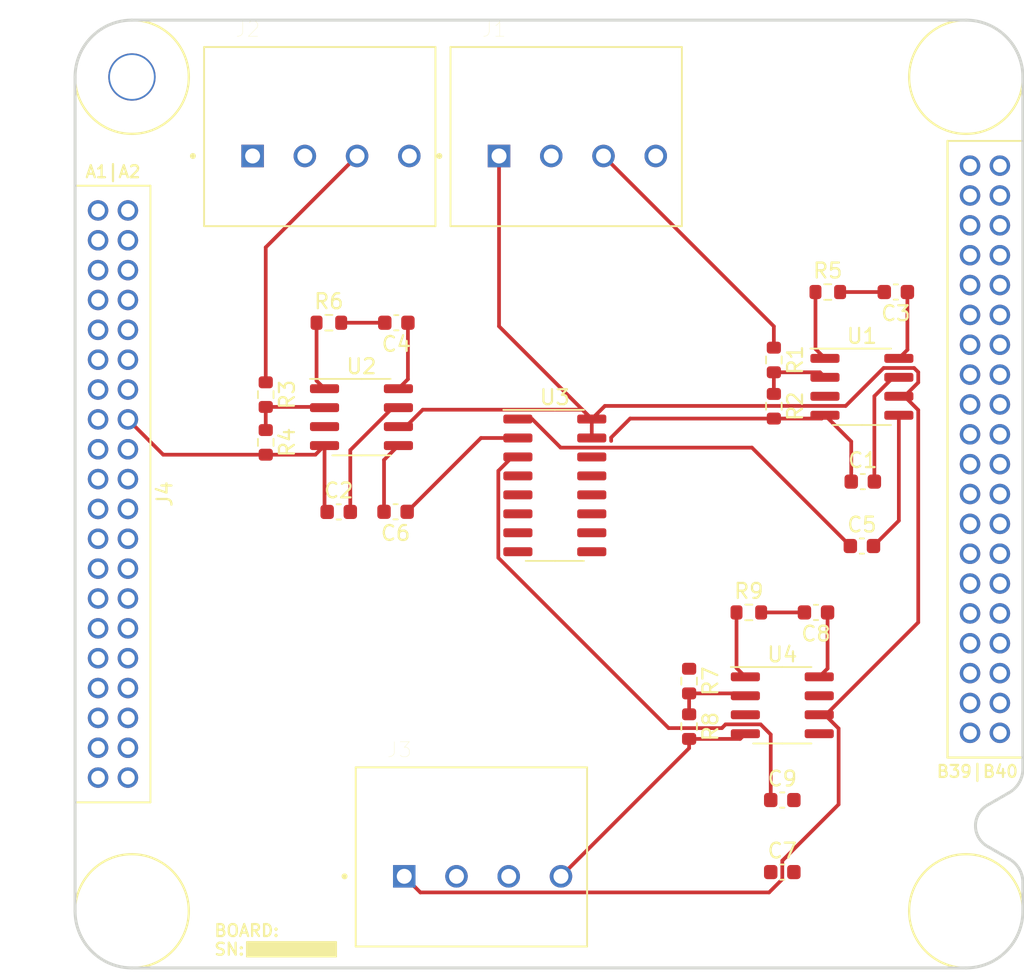
<source format=kicad_pcb>
(kicad_pcb (version 20211014) (generator pcbnew)
  (layers (0 "F.Cu" signal) (1 "In1.Cu" signal) (2 "In2.Cu" signal) (31 "B.Cu" signal) (34 "B.Paste" user) (35 "F.Paste" user) (36 "B.SilkS" user "B.Silkscreen") (37 "F.SilkS" user "F.Silkscreen") (38 "B.Mask" user) (39 "F.Mask" user) (44 "Edge.Cuts" user))
  (net 0 "")
  (net 1 "+5V")
  (net 2 "GND")
  (net 3 "aData0")
  (net 4 "aData1")
  (net 5 "aData2")
  (net 6 "CS5")
  (net 7 "+BATT")
  (net 8 "/sheet605A8BD6/SPI0_nSS2")
  (net 9 "/sheet605A8BD6/INT6")
  (net 10 "/sheet605A8BD6/I2C1_SDA")
  (net 11 "+3V3")
  (net 12 "/sheet605A8BD6/SPI0_nSS6")
  (net 13 "/sheet605A8BD6/INT8")
  (net 14 "/sheet605A8BD6/SPI0_nSS4")
  (net 15 "/sheet605A8BD6/INT4")
  (net 16 "/sheet605A8BD6/I2C0_SDA")
  (net 17 "/sheet605A8BD6/SPI0_nSS8")
  (net 18 "/sheet605A8BD6/SPI0_nSS3")
  (net 19 "/sheet605A8BD6/SPI0_nSS7")
  (net 20 "/sheet605A8BD6/SPI0_nSS1")
  (net 21 "SPI0_MOSI")
  (net 22 "SPI0_MISO")
  (net 23 "/sheet605A8BD6/INT1")
  (net 24 "/sheet605A8BD6/I2C0_SCL")
  (net 25 "/sheet605A8BD6/INT3")
  (net 26 "/sheet605A8BD6/INT7")
  (net 27 "/sheet605A8BD6/INT5")
  (net 28 "SPI0_SCK")
  (net 29 "/sheet605A8BD6/INT2")
  (net 30 "/sheet605A8BD6/I2C1_SCL")
  (net 31 "/sheet605A8BD6/SPIHS_nSS2")
  (net 32 "/sheet605A8BD6/SPIHS_SCK")
  (net 34 "/sheet605A8BD6/LVDS0N")
  (net 35 "/sheet605A8BD6/LVDS2N")
  (net 37 "/sheet605A8BD6/LVDS0P")
  (net 40 "/sheet605A8BD6/SPIHS_nSS1")
  (net 42 "/sheet605A8BD6/nRESET")
  (net 43 "/sheet605A8BD6/LVDS2P")
  (net 44 "/sheet605A8BD6/LVDS1N")
  (net 45 "/sheet605A8BD6/LVDS3N")
  (net 46 "/sheet605A8BD6/LVDSCLK1P")
  (net 47 "/sheet605A8BD6/SPIHS_MISO")
  (net 48 "/sheet605A8BD6/LVDS1P")
  (net 49 "/sheet605A8BD6/LVDSCLK0N")
  (net 50 "/sheet605A8BD6/LVDSCLK1N")
  (net 51 "/sheet605A8BD6/SPIHS_MOSI")
  (net 52 "/sheet605A8BD6/LVDSCLK0P")
  (net 53 "/sheet605A8BD6/LVDS3P")
  (net 54 "Net-(R1-Pad2)")
  (net 55 "Net-(R3-Pad2)")
  (net 56 "Net-(R5-Pad1)")
  (net 57 "Net-(C3-Pad2)")
  (net 58 "Net-(R6-Pad1)")
  (net 59 "Net-(C4-Pad2)")
  (net 60 "Net-(R7-Pad2)")
  (net 61 "Net-(R9-Pad1)")
  (net 62 "Net-(C8-Pad2)")
  (net 63 "Net-(C5-Pad2)")
  (net 64 "Net-(C1-Pad2)")
  (net 65 "Net-(C3-Pad1)")
  (net 66 "Net-(C6-Pad2)")
  (net 67 "Net-(C2-Pad2)")
  (net 68 "Net-(C4-Pad1)")
  (net 69 "Net-(C9-Pad2)")
  (net 70 "Net-(C7-Pad2)")
  (net 71 "Net-(C8-Pad1)")
  (net 72 "Data0")
  (net 73 "Data1")
  (net 74 "Data2")
  (footprint "Resistor_SMD:R_0603_1608Metric" (layer "F.Cu") (at 112.566 92.84)
    (fp_text reference "R9" (at 0 -1.43) (layer "F.SilkS"))
    (fp_text value "1.2k")
    (fp_line (start -0.237258 0.5225) (end 0.237258 0.5225) (layer "F.SilkS") (width 0.12))
    (fp_line (start -0.237258 -0.5225) (end 0.237258 -0.5225) (layer "F.SilkS") (width 0.12))
    (pad "1" smd roundrect (at -0.825 0) (size 0.8 0.95) (layers "F.Cu" "F.Paste" "F.Mask") (net 61 "Net-(R9-Pad1)"))
    (pad "2" smd roundrect (at 0.825 0) (size 0.8 0.95) (layers "F.Cu" "F.Paste" "F.Mask") (net 62 "Net-(C8-Pad2)"))
  )
  (footprint "Resistor_SMD:R_0603_1608Metric" (layer "F.Cu") (at 80.2 81.448 -90)
    (fp_text reference "R4" (at 0 -1.43 90) (layer "F.SilkS"))
    (fp_text value "5k")
    (fp_line (start -0.237258 -0.5225) (end 0.237258 -0.5225) (layer "F.SilkS") (width 0.12))
    (fp_line (start -0.237258 0.5225) (end 0.237258 0.5225) (layer "F.SilkS") (width 0.12))
    (pad "1" smd roundrect (at -0.825 0 270) (size 0.8 0.95) (layers "F.Cu" "F.Paste" "F.Mask") (net 55 "Net-(R3-Pad2)"))
    (pad "2" smd roundrect (at 0.825 0 270) (size 0.8 0.95) (layers "F.Cu" "F.Paste" "F.Mask") (net 2 "GND"))
  )
  (footprint "Capacitor_SMD:C_0603_1608Metric" (layer "F.Cu") (at 88.9508 73.4314 180)
    (fp_text reference "C4" (at 0 -1.43) (layer "F.SilkS"))
    (fp_text value "10u")
    (fp_line (start -0.14058 -0.51) (end 0.14058 -0.51) (layer "F.SilkS") (width 0.12))
    (fp_line (start -0.14058 0.51) (end 0.14058 0.51) (layer "F.SilkS") (width 0.12))
    (pad "1" smd roundrect (at -0.775 0 180) (size 0.9 0.95) (layers "F.Cu" "F.Paste" "F.Mask") (net 68 "Net-(C4-Pad1)"))
    (pad "2" smd roundrect (at 0.775 0 180) (size 0.9 0.95) (layers "F.Cu" "F.Paste" "F.Mask") (net 59 "Net-(C4-Pad2)"))
  )
  (footprint "Package_SO:SOIC-8_3.9x4.9mm_P1.27mm" (layer "F.Cu") (at 120.142 77.724)
    (fp_text reference "U1" (at 0 -3.4) (layer "F.SilkS"))
    (fp_text value "LM386")
    (fp_line (start 0 2.56) (end 1.95 2.56) (layer "F.SilkS") (width 0.12))
    (fp_line (start 0 2.56) (end -1.95 2.56) (layer "F.SilkS") (width 0.12))
    (fp_line (start 0 -2.56) (end 1.95 -2.56) (layer "F.SilkS") (width 0.12))
    (fp_line (start 0 -2.56) (end -3.45 -2.56) (layer "F.SilkS") (width 0.12))
    (pad "1" smd roundrect (at -2.475 -1.905) (size 1.95 0.6) (layers "F.Cu" "F.Paste" "F.Mask") (net 56 "Net-(R5-Pad1)"))
    (pad "2" smd roundrect (at -2.475 -0.635) (size 1.95 0.6) (layers "F.Cu" "F.Paste" "F.Mask") (net 54 "Net-(R1-Pad2)"))
    (pad "3" smd roundrect (at -2.475 0.635) (size 1.95 0.6) (layers "F.Cu" "F.Paste" "F.Mask") (net 2 "GND"))
    (pad "4" smd roundrect (at -2.475 1.905) (size 1.95 0.6) (layers "F.Cu" "F.Paste" "F.Mask") (net 2 "GND"))
    (pad "5" smd roundrect (at 2.475 1.905) (size 1.95 0.6) (layers "F.Cu" "F.Paste" "F.Mask") (net 63 "Net-(C5-Pad2)"))
    (pad "6" smd roundrect (at 2.475 0.635) (size 1.95 0.6) (layers "F.Cu" "F.Paste" "F.Mask") (net 1 "+5V"))
    (pad "7" smd roundrect (at 2.475 -0.635) (size 1.95 0.6) (layers "F.Cu" "F.Paste" "F.Mask") (net 64 "Net-(C1-Pad2)"))
    (pad "8" smd roundrect (at 2.475 -1.905) (size 1.95 0.6) (layers "F.Cu" "F.Paste" "F.Mask") (net 65 "Net-(C3-Pad1)"))
  )
  (footprint "Package_SO:SOIC-8_3.9x4.9mm_P1.27mm" (layer "F.Cu") (at 114.808 99.06)
    (fp_text reference "U4" (at 0 -3.4) (layer "F.SilkS"))
    (fp_text value "LM386")
    (fp_line (start 0 2.56) (end -1.95 2.56) (layer "F.SilkS") (width 0.12))
    (fp_line (start 0 2.56) (end 1.95 2.56) (layer "F.SilkS") (width 0.12))
    (fp_line (start 0 -2.56) (end 1.95 -2.56) (layer "F.SilkS") (width 0.12))
    (fp_line (start 0 -2.56) (end -3.45 -2.56) (layer "F.SilkS") (width 0.12))
    (pad "1" smd roundrect (at -2.475 -1.905) (size 1.95 0.6) (layers "F.Cu" "F.Paste" "F.Mask") (net 61 "Net-(R9-Pad1)"))
    (pad "2" smd roundrect (at -2.475 -0.635) (size 1.95 0.6) (layers "F.Cu" "F.Paste" "F.Mask") (net 60 "Net-(R7-Pad2)"))
    (pad "3" smd roundrect (at -2.475 0.635) (size 1.95 0.6) (layers "F.Cu" "F.Paste" "F.Mask") (net 2 "GND"))
    (pad "4" smd roundrect (at -2.475 1.905) (size 1.95 0.6) (layers "F.Cu" "F.Paste" "F.Mask") (net 2 "GND"))
    (pad "5" smd roundrect (at 2.475 1.905) (size 1.95 0.6) (layers "F.Cu" "F.Paste" "F.Mask") (net 69 "Net-(C9-Pad2)"))
    (pad "6" smd roundrect (at 2.475 0.635) (size 1.95 0.6) (layers "F.Cu" "F.Paste" "F.Mask") (net 1 "+5V"))
    (pad "7" smd roundrect (at 2.475 -0.635) (size 1.95 0.6) (layers "F.Cu" "F.Paste" "F.Mask") (net 70 "Net-(C7-Pad2)"))
    (pad "8" smd roundrect (at 2.475 -1.905) (size 1.95 0.6) (layers "F.Cu" "F.Paste" "F.Mask") (net 71 "Net-(C8-Pad1)"))
  )
  (footprint "Resistor_SMD:R_0603_1608Metric" (layer "F.Cu") (at 114.242 79.026 -90)
    (fp_text reference "R2" (at 0 -1.43 90) (layer "F.SilkS"))
    (fp_text value "5k")
    (fp_line (start -0.237258 0.5225) (end 0.237258 0.5225) (layer "F.SilkS") (width 0.12))
    (fp_line (start -0.237258 -0.5225) (end 0.237258 -0.5225) (layer "F.SilkS") (width 0.12))
    (pad "1" smd roundrect (at -0.825 0 270) (size 0.8 0.95) (layers "F.Cu" "F.Paste" "F.Mask") (net 54 "Net-(R1-Pad2)"))
    (pad "2" smd roundrect (at 0.825 0 270) (size 0.8 0.95) (layers "F.Cu" "F.Paste" "F.Mask") (net 2 "GND"))
  )
  (footprint "Package_SO:SOIC-8_3.9x4.9mm_P1.27mm" (layer "F.Cu") (at 86.614 79.756)
    (fp_text reference "U2" (at 0 -3.4) (layer "F.SilkS"))
    (fp_text value "LM386")
    (fp_line (start 0 2.56) (end -1.95 2.56) (layer "F.SilkS") (width 0.12))
    (fp_line (start 0 2.56) (end 1.95 2.56) (layer "F.SilkS") (width 0.12))
    (fp_line (start 0 -2.56) (end 1.95 -2.56) (layer "F.SilkS") (width 0.12))
    (fp_line (start 0 -2.56) (end -3.45 -2.56) (layer "F.SilkS") (width 0.12))
    (pad "1" smd roundrect (at -2.475 -1.905) (size 1.95 0.6) (layers "F.Cu" "F.Paste" "F.Mask") (net 58 "Net-(R6-Pad1)"))
    (pad "2" smd roundrect (at -2.475 -0.635) (size 1.95 0.6) (layers "F.Cu" "F.Paste" "F.Mask") (net 55 "Net-(R3-Pad2)"))
    (pad "3" smd roundrect (at -2.475 0.635) (size 1.95 0.6) (layers "F.Cu" "F.Paste" "F.Mask") (net 2 "GND"))
    (pad "4" smd roundrect (at -2.475 1.905) (size 1.95 0.6) (layers "F.Cu" "F.Paste" "F.Mask") (net 2 "GND"))
    (pad "5" smd roundrect (at 2.475 1.905) (size 1.95 0.6) (layers "F.Cu" "F.Paste" "F.Mask") (net 66 "Net-(C6-Pad2)"))
    (pad "6" smd roundrect (at 2.475 0.635) (size 1.95 0.6) (layers "F.Cu" "F.Paste" "F.Mask") (net 1 "+5V"))
    (pad "7" smd roundrect (at 2.475 -0.635) (size 1.95 0.6) (layers "F.Cu" "F.Paste" "F.Mask") (net 67 "Net-(C2-Pad2)"))
    (pad "8" smd roundrect (at 2.475 -1.905) (size 1.95 0.6) (layers "F.Cu" "F.Paste" "F.Mask") (net 68 "Net-(C4-Pad1)"))
  )
  (footprint "Capacitor_SMD:C_0603_1608Metric" (layer "F.Cu") (at 88.9 86.098 180)
    (fp_text reference "C6" (at 0 -1.43) (layer "F.SilkS"))
    (fp_text value "250u")
    (fp_line (start -0.14058 -0.51) (end 0.14058 -0.51) (layer "F.SilkS") (width 0.12))
    (fp_line (start -0.14058 0.51) (end 0.14058 0.51) (layer "F.SilkS") (width 0.12))
    (pad "1" smd roundrect (at -0.775 0 180) (size 0.9 0.95) (layers "F.Cu" "F.Paste" "F.Mask") (net 73 "Data1"))
    (pad "2" smd roundrect (at 0.775 0 180) (size 0.9 0.95) (layers "F.Cu" "F.Paste" "F.Mask") (net 66 "Net-(C6-Pad2)"))
  )
  (footprint "star-common-lib:CAS_physical" (layer "F.Cu") (at 67.426 53.157)
    (fp_text reference "J4" (at 6 31.75 90) (layer "F.SilkS"))
    (fp_text value "CAS_stacking")
    (fp_text user "SN:" (at 9.25 62.25) (layer "F.SilkS") (effects (font (size 0.8 0.8)) (justify left)))
    (fp_text user "B39|B40" (at 60.452 50.34) (layer "F.SilkS") (effects (font (size 0.8 0.8))))
    (fp_text user "BOARD:" (at 9.25 61) (layer "F.SilkS") (effects (font (size 0.8 0.8)) (justify left)))
    (fp_text user "A1|A2" (at 2.54 10.16) (layer "F.SilkS") (effects (font (size 0.8 0.8))))
    (fp_line (start 5.0483 11.0934) (end 5.0483 52.4066) (layer "F.SilkS") (width 0.127))
    (fp_line (start 0 11.0934) (end 5.0483 11.0934) (layer "F.SilkS") (width 0.127))
    (fp_line (start 58.4517 49.4066) (end 58.4517 8.0934) (layer "F.SilkS") (width 0.15))
    (fp_line (start 63.4683 49.4066) (end 58.4517 49.4066) (layer "F.SilkS") (width 0.15))
    (fp_line (start 58.4517 8.0934) (end 63.4683 8.0934) (layer "F.SilkS") (width 0.127))
    (fp_line (start 5.0483 52.4066) (end 0 52.4066) (layer "F.SilkS") (width 0.127))
    (fp_circle (center 59.69 59.69) (end 63.5 59.69) (layer "F.SilkS") (width 0.15) (fill none))
    (fp_circle (center 59.69 3.81) (end 63.5 3.81) (layer "F.SilkS") (width 0.15) (fill none))
    (fp_circle (center 3.81 3.81) (end 7.62 3.81) (layer "F.SilkS") (width 0.15) (fill none))
    (fp_circle (center 3.81 59.69) (end 7.62 59.69) (layer "F.SilkS") (width 0.15) (fill none))
    (fp_poly (pts (xy 17.5 62.75) (xy 11.5 62.75) (xy 11.5 61.75) (xy 17.5 61.75)) (layer "F.SilkS") (width 0.1) (fill solid))
    (fp_line (start 0 59.69) (end 0 3.81) (layer "Edge.Cuts") (width 0.2))
    (fp_line (start 63.5 3.81) (end 63.5 50.165) (layer "Edge.Cuts") (width 0.2))
    (fp_line (start 61.118751 52.600185) (end 62.581694 51.755555) (layer "Edge.Cuts") (width 0.2))
    (fp_line (start 61.11875 55.349816) (end 62.581693 56.194446) (layer "Edge.Cuts") (width 0.2))
    (fp_line (start 63.5 57.785) (end 63.5 59.69) (layer "Edge.Cuts") (width 0.2))
    (fp_line (start 59.69 63.5) (end 3.81 63.5) (layer "Edge.Cuts") (width 0.2))
    (fp_line (start 3.81 0) (end 59.69 0) (layer "Edge.Cuts") (width 0.2))
    (fp_arc (start 0 3.81) (mid 1.115923 1.115923) (end 3.81 0) (layer "Edge.Cuts") (width 0.2))
    (fp_arc (start 3.81 63.5) (mid 1.115923 62.384077) (end 0 59.69) (layer "Edge.Cuts") (width 0.2))
    (fp_arc (start 59.69 0) (mid 62.384077 1.115923) (end 63.5 3.81) (layer "Edge.Cuts") (width 0.2))
    (fp_arc (start 63.5 50.165) (mid 63.25394 51.083307) (end 62.581693 51.755554) (layer "Edge.Cuts") (width 0.2))
    (fp_arc (start 62.581694 56.194446) (mid 63.253941 56.866693) (end 63.5 57.785) (layer "Edge.Cuts") (width 0.2))
    (fp_arc (start 63.5 59.69) (mid 62.384077 62.384077) (end 59.69 63.5) (layer "Edge.Cuts") (width 0.2))
    (fp_arc (start 61.11875 55.349814) (mid 60.325001 53.974999) (end 61.118751 52.600185) (layer "Edge.Cuts") (width 0.2))
    (pad "" np_thru_hole circle locked (at 59.69 3.81) (size 3.175 3.175) (drill 3.175) (layers *.Cu *.Mask))
    (pad "" np_thru_hole circle locked (at 3.81 59.69) (size 3.175 3.175) (drill 3.175) (layers *.Cu *.Mask))
    (pad "" np_thru_hole circle locked (at 3.81 3.81) (size 3.175 3.175) (drill 2.9464) (layers *.Cu *.Mask))
    (pad "" np_thru_hole circle locked (at 59.69 59.69) (size 3.175 3.175) (drill 3.175) (layers *.Cu *.Mask))
    (pad "A1" thru_hole circle locked (at 1.54 12.75 90) (size 1.3716 1.3716) (drill 0.9144) (layers *.Cu *.Mask) (net 23 "/sheet605A8BD6/INT1"))
    (pad "A2" thru_hole circle locked (at 3.54 12.75 90) (size 1.3716 1.3716) (drill 0.9144) (layers *.Cu *.Mask) (net 29 "/sheet605A8BD6/INT2"))
    (pad "A3" thru_hole circle locked (at 1.54 14.75 90) (size 1.3716 1.3716) (drill 0.9144) (layers *.Cu *.Mask) (net 2 "GND"))
    (pad "A4" thru_hole circle locked (at 3.54 14.75 90) (size 1.3716 1.3716) (drill 0.9144) (layers *.Cu *.Mask) (net 2 "GND"))
    (pad "A5" thru_hole circle locked (at 1.54 16.75 90) (size 1.3716 1.3716) (drill 0.9144) (layers *.Cu *.Mask) (net 1 "+5V"))
    (pad "A6" thru_hole circle locked (at 3.54 16.75 90) (size 1.3716 1.3716) (drill 0.9144) (layers *.Cu *.Mask) (net 1 "+5V"))
    (pad "A7" thru_hole circle locked (at 1.54 18.75 90) (size 1.3716 1.3716) (drill 0.9144) (layers *.Cu *.Mask) (net 2 "GND"))
    (pad "A8" thru_hole circle locked (at 3.54 18.75 90) (size 1.3716 1.3716) (drill 0.9144) (layers *.Cu *.Mask) (net 2 "GND"))
    (pad "A9" thru_hole circle locked (at 1.54 20.75 90) (size 1.3716 1.3716) (drill 0.9144) (layers *.Cu *.Mask) (net 25 "/sheet605A8BD6/INT3"))
    (pad "A10" thru_hole circle locked (at 3.54 20.75 90) (size 1.3716 1.3716) (drill 0.9144) (layers *.Cu *.Mask) (net 15 "/sheet605A8BD6/INT4"))
    (pad "A11" thru_hole circle locked (at 1.54 22.75 90) (size 1.3716 1.3716) (drill 0.9144) (layers *.Cu *.Mask) (net 27 "/sheet605A8BD6/INT5"))
    (pad "A12" thru_hole circle locked (at 3.54 22.75 90) (size 1.3716 1.3716) (drill 0.9144) (layers *.Cu *.Mask) (net 9 "/sheet605A8BD6/INT6"))
    (pad "A13" thru_hole circle locked (at 1.54 24.75 90) (size 1.3716 1.3716) (drill 0.9144) (layers *.Cu *.Mask) (net 24 "/sheet605A8BD6/I2C0_SCL"))
    (pad "A14" thru_hole circle locked (at 3.54 24.75 90) (size 1.3716 1.3716) (drill 0.9144) (layers *.Cu *.Mask) (net 16 "/sheet605A8BD6/I2C0_SDA"))
    (pad "A15" thru_hole circle locked (at 1.54 26.75 90) (size 1.3716 1.3716) (drill 0.9144) (layers *.Cu *.Mask) (net 2 "GND"))
    (pad "A16" thru_hole circle locked (at 3.54 26.75 90) (size 1.3716 1.3716) (drill 0.9144) (layers *.Cu *.Mask) (net 2 "GND"))
    (pad "A17" thru_hole circle locked (at 1.54 28.75 90) (size 1.3716 1.3716) (drill 0.9144) (layers *.Cu *.Mask) (net 30 "/sheet605A8BD6/I2C1_SCL"))
    (pad "A18" thru_hole circle locked (at 3.54 28.75 90) (size 1.3716 1.3716) (drill 0.9144) (layers *.Cu *.Mask) (net 10 "/sheet605A8BD6/I2C1_SDA"))
    (pad "A19" thru_hole circle locked (at 1.54 30.75 90) (size 1.3716 1.3716) (drill 0.9144) (layers *.Cu *.Mask) (net 26 "/sheet605A8BD6/INT7"))
    (pad "A20" thru_hole circle locked (at 3.54 30.75 90) (size 1.3716 1.3716) (drill 0.9144) (layers *.Cu *.Mask) (net 13 "/sheet605A8BD6/INT8"))
    (pad "A21" thru_hole circle locked (at 1.54 32.75 90) (size 1.3716 1.3716) (drill 0.9144) (layers *.Cu *.Mask) (net 20 "/sheet605A8BD6/SPI0_nSS1"))
    (pad "A22" thru_hole circle locked (at 3.54 32.75 90) (size 1.3716 1.3716) (drill 0.9144) (layers *.Cu *.Mask) (net 8 "/sheet605A8BD6/SPI0_nSS2"))
    (pad "A23" thru_hole circle locked (at 1.54 34.75 90) (size 1.3716 1.3716) (drill 0.9144) (layers *.Cu *.Mask) (net 18 "/sheet605A8BD6/SPI0_nSS3"))
    (pad "A24" thru_hole circle locked (at 3.54 34.75 90) (size 1.3716 1.3716) (drill 0.9144) (layers *.Cu *.Mask) (net 22 "SPI0_MISO"))
    (pad "A25" thru_hole circle locked (at 1.54 36.75 90) (size 1.3716 1.3716) (drill 0.9144) (layers *.Cu *.Mask) (net 14 "/sheet605A8BD6/SPI0_nSS4"))
    (pad "A26" thru_hole circle locked (at 3.54 36.75 90) (size 1.3716 1.3716) (drill 0.9144) (layers *.Cu *.Mask) (net 2 "GND"))
    (pad "A27" thru_hole circle locked (at 1.54 38.75 90) (size 1.3716 1.3716) (drill 0.9144) (layers *.Cu *.Mask) (net 6 "CS5"))
    (pad "A28" thru_hole circle locked (at 3.54 38.75 90) (size 1.3716 1.3716) (drill 0.9144) (layers *.Cu *.Mask) (net 21 "SPI0_MOSI"))
    (pad "A29" thru_hole circle locked (at 1.54 40.75 90) (size 1.3716 1.3716) (drill 0.9144) (layers *.Cu *.Mask) (net 12 "/sheet605A8BD6/SPI0_nSS6"))
    (pad "A30" thru_hole circle locked (at 3.54 40.75 90) (size 1.3716 1.3716) (drill 0.9144) (layers *.Cu *.Mask) (net 2 "GND"))
    (pad "A31" thru_hole circle locked (at 1.54 42.75 90) (size 1.3716 1.3716) (drill 0.9144) (layers *.Cu *.Mask) (net 19 "/sheet605A8BD6/SPI0_nSS7"))
    (pad "A32" thru_hole circle locked (at 3.54 42.75 90) (size 1.3716 1.3716) (drill 0.9144) (layers *.Cu *.Mask) (net 28 "SPI0_SCK"))
    (pad "A33" thru_hole circle locked (at 1.54 44.7499 90) (size 1.3716 1.3716) (drill 0.9144) (layers *.Cu *.Mask) (net 17 "/sheet605A8BD6/SPI0_nSS8"))
    (pad "A34" thru_hole circle locked (at 3.54 44.7499 90) (size 1.3716 1.3716) (drill 0.9144) (layers *.Cu *.Mask) (net 2 "GND"))
    (pad "A35" thru_hole circle locked (at 1.54 46.7499 90) (size 1.3716 1.3716) (drill 0.9144) (layers *.Cu *.Mask) (net 11 "+3V3"))
    (pad "A36" thru_hole circle locked (at 3.54 46.7499 90) (size 1.3716 1.3716) (drill 0.9144) (layers *.Cu *.Mask) (net 11 "+3V3"))
    (pad "A37" thru_hole circle locked (at 1.54 48.7499 90) (size 1.3716 1.3716) (drill 0.9144) (layers *.Cu *.Mask) (net 2 "GND"))
    (pad "A38" thru_hole circle locked (at 3.54 48.7499 90) (size 1.3716 1.3716) (drill 0.9144) (layers *.Cu *.Mask) (net 2 "GND"))
    (pad "A39" thru_hole circle locked (at 1.54 50.7499 90) (size 1.3716 1.3716) (drill 0.9144) (layers *.Cu *.Mask) (net 7 "+BATT"))
    (pad "A40" thru_hole circle locked (at 3.54 50.7499 90) (size 1.3716 1.3716) (drill 0.9144) (layers *.Cu *.Mask) (net 7 "+BATT"))
    (pad "B1" thru_hole circle locked (at 59.96 9.7501 270) (size 1.3716 1.3716) (drill 0.9144) (layers *.Cu *.Mask) (net 2 "GND"))
    (pad "B2" thru_hole circle locked (at 61.96 9.7501 270) (size 1.3716 1.3716) (drill 0.9144) (layers *.Cu *.Mask) (net 32 "/sheet605A8BD6/SPIHS_SCK"))
    (pad "B3" thru_hole circle locked (at 59.96 11.7501 270) (size 1.3716 1.3716) (drill 0.9144) (layers *.Cu *.Mask) (net 2 "GND"))
    (pad "B4" thru_hole circle locked (at 61.96 11.7501 270) (size 1.3716 1.3716) (drill 0.9144) (layers *.Cu *.Mask) (net 2 "GND"))
    (pad "B5" thru_hole circle locked (at 59.96 13.7501 270) (size 1.3716 1.3716) (drill 0.9144) (layers *.Cu *.Mask) (net 47 "/sheet605A8BD6/SPIHS_MISO"))
    (pad "B6" thru_hole circle locked (at 61.96 13.7501 90) (size 1.3716 1.3716) (drill 0.9144) (layers *.Cu *.Mask) (net 2 "GND"))
    (pad "B7" thru_hole circle locked (at 59.96 15.7501 270) (size 1.3716 1.3716) (drill 0.9144) (layers *.Cu *.Mask) (net 2 "GND"))
    (pad "B8" thru_hole circle locked (at 61.96 15.7501 270) (size 1.3716 1.3716) (drill 0.9144) (layers *.Cu *.Mask) (net 2 "GND"))
    (pad "B9" thru_hole circle locked (at 59.96 17.75 270) (size 1.3716 1.3716) (drill 0.9144) (layers *.Cu *.Mask) (net 51 "/sheet605A8BD6/SPIHS_MOSI"))
    (pad "B10" thru_hole circle locked (at 61.96 17.75 270) (size 1.3716 1.3716) (drill 0.9144) (layers *.Cu *.Mask) (net 2 "GND"))
    (pad "B11" thru_hole circle locked (at 59.96 19.75 270) (size 1.3716 1.3716) (drill 0.9144) (layers *.Cu *.Mask) (net 2 "GND"))
    (pad "B12" thru_hole circle locked (at 61.96 19.75 270) (size 1.3716 1.3716) (drill 0.9144) (layers *.Cu *.Mask) (net 2 "GND"))
    (pad "B13" thru_hole circle locked (at 59.96 21.75 270) (size 1.3716 1.3716) (drill 0.9144) (layers *.Cu *.Mask) (net 40 "/sheet605A8BD6/SPIHS_nSS1"))
    (pad "B14" thru_hole circle locked (at 61.96 21.75 270) (size 1.3716 1.3716) (drill 0.9144) (layers *.Cu *.Mask) (net 31 "/sheet605A8BD6/SPIHS_nSS2"))
    (pad "B15" thru_hole circle locked (at 59.96 23.75 270) (size 1.3716 1.3716) (drill 0.9144) (layers *.Cu *.Mask))
    (pad "B16" thru_hole circle locked (at 61.96 23.75 270) (size 1.3716 1.3716) (drill 0.9144) (layers *.Cu *.Mask))
    (pad "B17" thru_hole circle locked (at 59.96 25.75 270) (size 1.3716 1.3716) (drill 0.9144) (layers *.Cu *.Mask))
    (pad "B18" thru_hole circle locked (at 61.96 25.75 270) (size 1.3716 1.3716) (drill 0.9144) (layers *.Cu *.Mask))
    (pad "B19" thru_hole circle locked (at 59.96 27.75 270) (size 1.3716 1.3716) (drill 0.9144) (layers *.Cu *.Mask))
    (pad "B20" thru_hole circle locked (at 61.96 27.75 270) (size 1.3716 1.3716) (drill 0.9144) (layers *.Cu *.Mask) (net 2 "GND"))
    (pad "B21" thru_hole circle locked (at 59.96 29.75 270) (size 1.3716 1.3716) (drill 0.9144) (layers *.Cu *.Mask) (net 2 "GND"))
    (pad "B22" thru_hole circle locked (at 61.96 29.75 270) (size 1.3716 1.3716) (drill 0.9144) (layers *.Cu *.Mask) (net 45 "/sheet605A8BD6/LVDS3N"))
    (pad "B23" thru_hole circle locked (at 59.96 31.75 270) (size 1.3716 1.3716) (drill 0.9144) (layers *.Cu *.Mask) (net 35 "/sheet605A8BD6/LVDS2N"))
    (pad "B24" thru_hole circle locked (at 61.96 31.75 270) (size 1.3716 1.3716) (drill 0.9144) (layers *.Cu *.Mask) (net 53 "/sheet605A8BD6/LVDS3P"))
    (pad "B25" thru_hole circle locked (at 59.96 33.75 270) (size 1.3716 1.3716) (drill 0.9144) (layers *.Cu *.Mask) (net 43 "/sheet605A8BD6/LVDS2P"))
    (pad "B26" thru_hole circle locked (at 61.96 33.75 270) (size 1.3716 1.3716) (drill 0.9144) (layers *.Cu *.Mask) (net 2 "GND"))
    (pad "B27" thru_hole circle locked (at 59.96 35.75 270) (size 1.3716 1.3716) (drill 0.9144) (layers *.Cu *.Mask) (net 2 "GND"))
    (pad "B28" thru_hole circle locked (at 61.96 35.75 270) (size 1.3716 1.3716) (drill 0.9144) (layers *.Cu *.Mask) (net 44 "/sheet605A8BD6/LVDS1N"))
    (pad "B29" thru_hole circle locked (at 59.96 37.75 270) (size 1.3716 1.3716) (drill 0.9144) (layers *.Cu *.Mask) (net 34 "/sheet605A8BD6/LVDS0N"))
    (pad "B30" thru_hole circle locked (at 61.96 37.75 270) (size 1.3716 1.3716) (drill 0.9144) (layers *.Cu *.Mask) (net 48 "/sheet605A8BD6/LVDS1P"))
    (pad "B31" thru_hole circle locked (at 59.96 39.75 270) (size 1.3716 1.3716) (drill 0.9144) (layers *.Cu *.Mask) (net 37 "/sheet605A8BD6/LVDS0P"))
    (pad "B32" thru_hole circle locked (at 61.96 39.75 270) (size 1.3716 1.3716) (drill 0.9144) (layers *.Cu *.Mask) (net 2 "GND"))
    (pad "B33" thru_hole circle locked (at 59.96 41.75 270) (size 1.3716 1.3716) (drill 0.9144) (layers *.Cu *.Mask) (net 2 "GND"))
    (pad "B34" thru_hole circle locked (at 61.96 41.75 270) (size 1.3716 1.3716) (drill 0.9144) (layers *.Cu *.Mask) (net 2 "GND"))
    (pad "B35" thru_hole circle locked (at 59.96 43.75 270) (size 1.3716 1.3716) (drill 0.9144) (layers *.Cu *.Mask) (net 2 "GND"))
    (pad "B36" thru_hole circle locked (at 61.96 43.75 270) (size 1.3716 1.3716) (drill 0.9144) (layers *.Cu *.Mask) (net 50 "/sheet605A8BD6/LVDSCLK1N"))
    (pad "B37" thru_hole circle locked (at 59.96 45.75 270) (size 1.3716 1.3716) (drill 0.9144) (layers *.Cu *.Mask) (net 49 "/sheet605A8BD6/LVDSCLK0N"))
    (pad "B38" thru_hole circle locked (at 61.96 45.75 270) (size 1.3716 1.3716) (drill 0.9144) (layers *.Cu *.Mask) (net 46 "/sheet605A8BD6/LVDSCLK1P"))
    (pad "B39" thru_hole circle locked (at 59.96 47.75 270) (size 1.3716 1.3716) (drill 0.9144) (layers *.Cu *.Mask) (net 52 "/sheet605A8BD6/LVDSCLK0P"))
    (pad "B40" thru_hole circle locked (at 61.96 47.75 270) (size 1.3716 1.3716) (drill 0.9144) (layers *.Cu *.Mask) (net 42 "/sheet605A8BD6/nRESET"))
  )
  (footprint "Capacitor_SMD:C_0603_1608Metric" (layer "F.Cu") (at 120.142 88.392)
    (fp_text reference "C5" (at 0 -1.43) (layer "F.SilkS"))
    (fp_text value "250u")
    (fp_line (start -0.14058 -0.51) (end 0.14058 -0.51) (layer "F.SilkS") (width 0.12))
    (fp_line (start -0.14058 0.51) (end 0.14058 0.51) (layer "F.SilkS") (width 0.12))
    (pad "1" smd roundrect (at -0.775 0) (size 0.9 0.95) (layers "F.Cu" "F.Paste" "F.Mask") (net 72 "Data0"))
    (pad "2" smd roundrect (at 0.775 0) (size 0.9 0.95) (layers "F.Cu" "F.Paste" "F.Mask") (net 63 "Net-(C5-Pad2)"))
  )
  (footprint "Resistor_SMD:R_0603_1608Metric" (layer "F.Cu") (at 117.856 71.374)
    (fp_text reference "R5" (at 0 -1.43) (layer "F.SilkS"))
    (fp_text value "1.2k")
    (fp_line (start -0.237258 0.5225) (end 0.237258 0.5225) (layer "F.SilkS") (width 0.12))
    (fp_line (start -0.237258 -0.5225) (end 0.237258 -0.5225) (layer "F.SilkS") (width 0.12))
    (pad "1" smd roundrect (at -0.825 0) (size 0.8 0.95) (layers "F.Cu" "F.Paste" "F.Mask") (net 56 "Net-(R5-Pad1)"))
    (pad "2" smd roundrect (at 0.825 0) (size 0.8 0.95) (layers "F.Cu" "F.Paste" "F.Mask") (net 57 "Net-(C3-Pad2)"))
  )
  (footprint "Resistor_SMD:R_0603_1608Metric" (layer "F.Cu") (at 80.2 78.248 -90)
    (fp_text reference "R3" (at 0 -1.43 90) (layer "F.SilkS"))
    (fp_text value "5k")
    (fp_line (start -0.237258 0.5225) (end 0.237258 0.5225) (layer "F.SilkS") (width 0.12))
    (fp_line (start -0.237258 -0.5225) (end 0.237258 -0.5225) (layer "F.SilkS") (width 0.12))
    (pad "1" smd roundrect (at -0.825 0 270) (size 0.8 0.95) (layers "F.Cu" "F.Paste" "F.Mask") (net 4 "aData1"))
    (pad "2" smd roundrect (at 0.825 0 270) (size 0.8 0.95) (layers "F.Cu" "F.Paste" "F.Mask") (net 55 "Net-(R3-Pad2)"))
  )
  (footprint "Resistor_SMD:R_0603_1608Metric" (layer "F.Cu") (at 108.566 100.49 -90)
    (fp_text reference "R8" (at 0 -1.43 90) (layer "F.SilkS"))
    (fp_text value "5k")
    (fp_line (start -0.237258 -0.5225) (end 0.237258 -0.5225) (layer "F.SilkS") (width 0.12))
    (fp_line (start -0.237258 0.5225) (end 0.237258 0.5225) (layer "F.SilkS") (width 0.12))
    (pad "1" smd roundrect (at -0.825 0 270) (size 0.8 0.95) (layers "F.Cu" "F.Paste" "F.Mask") (net 60 "Net-(R7-Pad2)"))
    (pad "2" smd roundrect (at 0.825 0 270) (size 0.8 0.95) (layers "F.Cu" "F.Paste" "F.Mask") (net 2 "GND"))
  )
  (footprint "Capacitor_SMD:C_0603_1608Metric" (layer "F.Cu") (at 122.415 71.374 180)
    (fp_text reference "C3" (at 0 -1.43) (layer "F.SilkS"))
    (fp_text value "10u")
    (fp_line (start -0.14058 -0.51) (end 0.14058 -0.51) (layer "F.SilkS") (width 0.12))
    (fp_line (start -0.14058 0.51) (end 0.14058 0.51) (layer "F.SilkS") (width 0.12))
    (pad "1" smd roundrect (at -0.775 0 180) (size 0.9 0.95) (layers "F.Cu" "F.Paste" "F.Mask") (net 65 "Net-(C3-Pad1)"))
    (pad "2" smd roundrect (at 0.775 0 180) (size 0.9 0.95) (layers "F.Cu" "F.Paste" "F.Mask") (net 57 "Net-(C3-Pad2)"))
  )
  (footprint "Capacitor_SMD:C_0603_1608Metric" (layer "F.Cu") (at 114.808 110.236)
    (fp_text reference "C7" (at 0 -1.43) (layer "F.SilkS"))
    (fp_text value "10u")
    (fp_line (start -0.14058 0.51) (end 0.14058 0.51) (layer "F.SilkS") (width 0.12))
    (fp_line (start -0.14058 -0.51) (end 0.14058 -0.51) (layer "F.SilkS") (width 0.12))
    (pad "1" smd roundrect (at -0.775 0) (size 0.9 0.95) (layers "F.Cu" "F.Paste" "F.Mask") (net 2 "GND"))
    (pad "2" smd roundrect (at 0.775 0) (size 0.9 0.95) (layers "F.Cu" "F.Paste" "F.Mask") (net 70 "Net-(C7-Pad2)"))
  )
  (footprint "Capacitor_SMD:C_0603_1608Metric" (layer "F.Cu") (at 114.808 105.41)
    (fp_text reference "C9" (at 0 -1.43) (layer "F.SilkS"))
    (fp_text value "250u")
    (fp_line (start -0.14058 0.51) (end 0.14058 0.51) (layer "F.SilkS") (width 0.12))
    (fp_line (start -0.14058 -0.51) (end 0.14058 -0.51) (layer "F.SilkS") (width 0.12))
    (pad "1" smd roundrect (at -0.775 0) (size 0.9 0.95) (layers "F.Cu" "F.Paste" "F.Mask") (net 74 "Data2"))
    (pad "2" smd roundrect (at 0.775 0) (size 0.9 0.95) (layers "F.Cu" "F.Paste" "F.Mask") (net 69 "Net-(C9-Pad2)"))
  )
  (footprint "Capacitor_SMD:C_0603_1608Metric" (layer "F.Cu") (at 117.066 92.84 180)
    (fp_text reference "C8" (at 0 -1.43) (layer "F.SilkS"))
    (fp_text value "10u")
    (fp_line (start -0.14058 -0.51) (end 0.14058 -0.51) (layer "F.SilkS") (width 0.12))
    (fp_line (start -0.14058 0.51) (end 0.14058 0.51) (layer "F.SilkS") (width 0.12))
    (pad "1" smd roundrect (at -0.775 0 180) (size 0.9 0.95) (layers "F.Cu" "F.Paste" "F.Mask") (net 71 "Net-(C8-Pad1)"))
    (pad "2" smd roundrect (at 0.775 0 180) (size 0.9 0.95) (layers "F.Cu" "F.Paste" "F.Mask") (net 62 "Net-(C8-Pad2)"))
  )
  (footprint "Resistor_SMD:R_0603_1608Metric" (layer "F.Cu") (at 84.4296 73.4314)
    (fp_text reference "R6" (at 0 -1.43) (layer "F.SilkS"))
    (fp_text value "1.2k")
    (fp_line (start -0.237258 -0.5225) (end 0.237258 -0.5225) (layer "F.SilkS") (width 0.12))
    (fp_line (start -0.237258 0.5225) (end 0.237258 0.5225) (layer "F.SilkS") (width 0.12))
    (pad "1" smd roundrect (at -0.825 0) (size 0.8 0.95) (layers "F.Cu" "F.Paste" "F.Mask") (net 58 "Net-(R6-Pad1)"))
    (pad "2" smd roundrect (at 0.825 0) (size 0.8 0.95) (layers "F.Cu" "F.Paste" "F.Mask") (net 59 "Net-(C4-Pad2)"))
  )
  (footprint "star-common-lib:PHOENIX_1984989" (layer "F.Cu") (at 83.82 60.96)
    (fp_text reference "J2" (at -4.825 -7.185) (layer "F.SilkS") (effects (font (thickness 0.015))))
    (fp_text value "1984989")
    (fp_line (start 7.75 6) (end -7.75 6) (layer "F.SilkS") (width 0.127))
    (fp_line (start -7.75 6) (end -7.75 -6) (layer "F.SilkS") (width 0.127))
    (fp_line (start 7.75 -6) (end 7.75 6) (layer "F.SilkS") (width 0.127))
    (fp_line (start -7.75 -6) (end 7.75 -6) (layer "F.SilkS") (width 0.127))
    (fp_circle (center -8.5 1.3) (end -8.4 1.3) (layer "F.SilkS") (width 0.2) (fill none))
    (pad "1" thru_hole rect locked (at -4.5 1.3) (size 1.508 1.508) (drill 1) (layers *.Cu *.Mask) (net 1 "+5V"))
    (pad "2" thru_hole circle locked (at -1 1.3) (size 1.508 1.508) (drill 1) (layers *.Cu *.Mask) (net 2 "GND"))
    (pad "3" thru_hole circle locked (at 2.5 1.3) (size 1.508 1.508) (drill 1) (layers *.Cu *.Mask) (net 4 "aData1"))
    (pad "4" thru_hole circle locked (at 6 1.3) (size 1.508 1.508) (drill 1) (layers *.Cu *.Mask) (net 2 "GND"))
  )
  (footprint "star-common-lib:PHOENIX_1984989" (layer "F.Cu") (at 93.98 109.22)
    (fp_text reference "J3" (at -4.825 -7.185) (layer "F.SilkS") (effects (font (thickness 0.015))))
    (fp_text value "1984989")
    (fp_line (start -7.75 -6) (end 7.75 -6) (layer "F.SilkS") (width 0.127))
    (fp_line (start 7.75 -6) (end 7.75 6) (layer "F.SilkS") (width 0.127))
    (fp_line (start 7.75 6) (end -7.75 6) (layer "F.SilkS") (width 0.127))
    (fp_line (start -7.75 6) (end -7.75 -6) (layer "F.SilkS") (width 0.127))
    (fp_circle (center -8.5 1.3) (end -8.4 1.3) (layer "F.SilkS") (width 0.2) (fill none))
    (pad "1" thru_hole rect locked (at -4.5 1.3) (size 1.508 1.508) (drill 1) (layers *.Cu *.Mask) (net 1 "+5V"))
    (pad "2" thru_hole circle locked (at -1 1.3) (size 1.508 1.508) (drill 1) (layers *.Cu *.Mask) (net 2 "GND"))
    (pad "3" thru_hole circle locked (at 2.5 1.3) (size 1.508 1.508) (drill 1) (layers *.Cu *.Mask) (net 5 "aData2"))
    (pad "4" thru_hole circle locked (at 6 1.3) (size 1.508 1.508) (drill 1) (layers *.Cu *.Mask) (net 2 "GND"))
  )
  (footprint "Capacitor_SMD:C_0603_1608Metric" (layer "F.Cu") (at 120.202 84.076)
    (fp_text reference "C1" (at 0 -1.43) (layer "F.SilkS"))
    (fp_text value "10u")
    (fp_line (start -0.14058 -0.51) (end 0.14058 -0.51) (layer "F.SilkS") (width 0.12))
    (fp_line (start -0.14058 0.51) (end 0.14058 0.51) (layer "F.SilkS") (width 0.12))
    (pad "1" smd roundrect (at -0.775 0) (size 0.9 0.95) (layers "F.Cu" "F.Paste" "F.Mask") (net 2 "GND"))
    (pad "2" smd roundrect (at 0.775 0) (size 0.9 0.95) (layers "F.Cu" "F.Paste" "F.Mask") (net 64 "Net-(C1-Pad2)"))
  )
  (footprint "Resistor_SMD:R_0603_1608Metric" (layer "F.Cu") (at 108.566 97.44 -90)
    (fp_text reference "R7" (at 0 -1.43 90) (layer "F.SilkS"))
    (fp_text value "5k")
    (fp_line (start -0.237258 -0.5225) (end 0.237258 -0.5225) (layer "F.SilkS") (width 0.12))
    (fp_line (start -0.237258 0.5225) (end 0.237258 0.5225) (layer "F.SilkS") (width 0.12))
    (pad "1" smd roundrect (at -0.825 0 270) (size 0.8 0.95) (layers "F.Cu" "F.Paste" "F.Mask") (net 5 "aData2"))
    (pad "2" smd roundrect (at 0.825 0 270) (size 0.8 0.95) (layers "F.Cu" "F.Paste" "F.Mask") (net 60 "Net-(R7-Pad2)"))
  )
  (footprint "Capacitor_SMD:C_0603_1608Metric" (layer "F.Cu") (at 85.09 86.106)
    (fp_text reference "C2" (at 0 -1.43) (layer "F.SilkS"))
    (fp_text value "10u")
    (fp_line (start -0.14058 0.51) (end 0.14058 0.51) (layer "F.SilkS") (width 0.12))
    (fp_line (start -0.14058 -0.51) (end 0.14058 -0.51) (layer "F.SilkS") (width 0.12))
    (pad "1" smd roundrect (at -0.775 0) (size 0.9 0.95) (layers "F.Cu" "F.Paste" "F.Mask") (net 2 "GND"))
    (pad "2" smd roundrect (at 0.775 0) (size 0.9 0.95) (layers "F.Cu" "F.Paste" "F.Mask") (net 67 "Net-(C2-Pad2)"))
  )
  (footprint "Package_SO:SOIC-16_3.9x9.9mm_P1.27mm" (layer "F.Cu") (at 99.568 84.328)
    (fp_text reference "U3" (at 0 -5.9) (layer "F.SilkS"))
    (fp_text value "MCP3008")
    (fp_line (start 0 5.06) (end 1.95 5.06) (layer "F.SilkS") (width 0.12))
    (fp_line (start 0 -5.06) (end -3.45 -5.06) (layer "F.SilkS") (width 0.12))
    (fp_line (start 0 5.06) (end -1.95 5.06) (layer "F.SilkS") (width 0.12))
    (fp_line (start 0 -5.06) (end 1.95 -5.06) (layer "F.SilkS") (width 0.12))
    (pad "1" smd roundrect (at -2.475 -4.445) (size 1.95 0.6) (layers "F.Cu" "F.Paste" "F.Mask") (net 72 "Data0"))
    (pad "2" smd roundrect (at -2.475 -3.175) (size 1.95 0.6) (layers "F.Cu" "F.Paste" "F.Mask") (net 73 "Data1"))
    (pad "3" smd roundrect (at -2.475 -1.905) (size 1.95 0.6) (layers "F.Cu" "F.Paste" "F.Mask") (net 74 "Data2"))
    (pad "4" smd roundrect (at -2.475 -0.635) (size 1.95 0.6) (layers "F.Cu" "F.Paste" "F.Mask"))
    (pad "5" smd roundrect (at -2.475 0.635) (size 1.95 0.6) (layers "F.Cu" "F.Paste" "F.Mask"))
    (pad "6" smd roundrect (at -2.475 1.905) (size 1.95 0.6) (layers "F.Cu" "F.Paste" "F.Mask"))
    (pad "7" smd roundrect (at -2.475 3.175) (size 1.95 0.6) (layers "F.Cu" "F.Paste" "F.Mask"))
    (pad "8" smd roundrect (at -2.475 4.445) (size 1.95 0.6) (layers "F.Cu" "F.Paste" "F.Mask"))
    (pad "9" smd roundrect (at 2.475 4.445) (size 1.95 0.6) (layers "F.Cu" "F.Paste" "F.Mask") (net 2 "GND"))
    (pad "10" smd roundrect (at 2.475 3.175) (size 1.95 0.6) (layers "F.Cu" "F.Paste" "F.Mask") (net 6 "CS5"))
    (pad "11" smd roundrect (at 2.475 1.905) (size 1.95 0.6) (layers "F.Cu" "F.Paste" "F.Mask") (net 21 "SPI0_MOSI"))
    (pad "12" smd roundrect (at 2.475 0.635) (size 1.95 0.6) (layers "F.Cu" "F.Paste" "F.Mask") (net 22 "SPI0_MISO"))
    (pad "13" smd roundrect (at 2.475 -0.635) (size 1.95 0.6) (layers "F.Cu" "F.Paste" "F.Mask") (net 28 "SPI0_SCK"))
    (pad "14" smd roundrect (at 2.475 -1.905) (size 1.95 0.6) (layers "F.Cu" "F.Paste" "F.Mask") (net 2 "GND"))
    (pad "15" smd roundrect (at 2.475 -3.175) (size 1.95 0.6) (layers "F.Cu" "F.Paste" "F.Mask") (net 1 "+5V"))
    (pad "16" smd roundrect (at 2.475 -4.445) (size 1.95 0.6) (layers "F.Cu" "F.Paste" "F.Mask") (net 1 "+5V"))
  )
  (footprint "star-common-lib:PHOENIX_1984989" (layer "F.Cu") (at 100.33 60.96)
    (fp_text reference "J1" (at -4.825 -7.185) (layer "F.SilkS") (effects (font (thickness 0.015))))
    (fp_text value "1984989")
    (fp_line (start -7.75 6) (end -7.75 -6) (layer "F.SilkS") (width 0.127))
    (fp_line (start 7.75 -6) (end 7.75 6) (layer "F.SilkS") (width 0.127))
    (fp_line (start -7.75 -6) (end 7.75 -6) (layer "F.SilkS") (width 0.127))
    (fp_line (start 7.75 6) (end -7.75 6) (layer "F.SilkS") (width 0.127))
    (fp_circle (center -8.5 1.3) (end -8.4 1.3) (layer "F.SilkS") (width 0.2) (fill none))
    (pad "1" thru_hole rect locked (at -4.5 1.3) (size 1.508 1.508) (drill 1) (layers *.Cu *.Mask) (net 1 "+5V"))
    (pad "2" thru_hole circle locked (at -1 1.3) (size 1.508 1.508) (drill 1) (layers *.Cu *.Mask) (net 2 "GND"))
    (pad "3" thru_hole circle locked (at 2.5 1.3) (size 1.508 1.508) (drill 1) (layers *.Cu *.Mask) (net 3 "aData0"))
    (pad "4" thru_hole circle locked (at 6 1.3) (size 1.508 1.508) (drill 1) (layers *.Cu *.Mask) (net 2 "GND"))
  )
  (footprint "Resistor_SMD:R_0603_1608Metric" (layer "F.Cu") (at 114.242 75.926 -90)
    (fp_text reference "R1" (at 0 -1.43 90) (layer "F.SilkS"))
    (fp_text value "5k")
    (fp_line (start -0.237258 -0.5225) (end 0.237258 -0.5225) (layer "F.SilkS") (width 0.12))
    (fp_line (start -0.237258 0.5225) (end 0.237258 0.5225) (layer "F.SilkS") (width 0.12))
    (pad "1" smd roundrect (at -0.825 0 270) (size 0.8 0.95) (layers "F.Cu" "F.Paste" "F.Mask") (net 3 "aData0"))
    (pad "2" smd roundrect (at 0.825 0 270) (size 0.8 0.95) (layers "F.Cu" "F.Paste" "F.Mask") (net 54 "Net-(R1-Pad2)"))
  )
  (segment (start 114.80752 109.47448) (end 118.58252 105.69948) (width 0.25) (layer "F.Cu") (net 1))
  (segment (start 119.055448 79.00448) (end 121.595448 76.46448) (width 0.25) (layer "F.Cu") (net 1))
  (segment (start 95.83 62.26) (end 95.83 73.67) (width 0.25) (layer "F.Cu") (net 1))
  (segment (start 123.638552 76.46448) (end 123.91652 76.742448) (width 0.25) (layer "F.Cu") (net 1))
  (segment (start 102.92152 79.00448) (end 119.055448 79.00448) (width 0.25) (layer "F.Cu") (net 1))
  (segment (start 102.043 79.883) (end 101.41848 79.25848) (width 0.25) (layer "F.Cu") (net 1))
  (segment (start 123.91652 93.50748) (end 117.729 99.695) (width 0.25) (layer "F.Cu") (net 1))
  (segment (start 123.91652 76.742448) (end 123.91652 77.435552) (width 0.25) (layer "F.Cu") (net 1))
  (segment (start 101.41848 79.25848) (end 90.71832 79.25848) (width 0.25) (layer "F.Cu") (net 1))
  (segment (start 123.91652 77.435552) (end 122.993072 78.359) (width 0.25) (layer "F.Cu") (net 1))
  (segment (start 114.80752 110.713618) (end 114.80752 109.47448) (width 0.25) (layer "F.Cu") (net 1))
  (segment (start 113.922627 111.598511) (end 114.80752 110.713618) (width 0.25) (layer "F.Cu") (net 1))
  (segment (start 123.91652 79.282448) (end 123.91652 93.50748) (width 0.25) (layer "F.Cu") (net 1))
  (segment (start 122.993072 78.359) (end 122.617 78.359) (width 0.25) (layer "F.Cu") (net 1))
  (segment (start 122.993072 78.359) (end 123.91652 79.282448) (width 0.25) (layer "F.Cu") (net 1))
  (segment (start 117.659072 99.695) (end 117.283 99.695) (width 0.25) (layer "F.Cu") (net 1))
  (segment (start 121.595448 76.46448) (end 123.638552 76.46448) (width 0.25) (layer "F.Cu") (net 1))
  (segment (start 102.043 79.883) (end 102.043 81.153) (width 0.25) (layer "F.Cu") (net 1))
  (segment (start 95.83 73.67) (end 102.043 79.883) (width 0.25) (layer "F.Cu") (net 1))
  (segment (start 89.5858 80.391) (end 89.089 80.391) (width 0.25) (layer "F.Cu") (net 1))
  (segment (start 89.48 110.52) (end 90.558511 111.598511) (width 0.25) (layer "F.Cu") (net 1))
  (segment (start 118.58252 100.618448) (end 117.659072 99.695) (width 0.25) (layer "F.Cu") (net 1))
  (segment (start 118.58252 105.69948) (end 118.58252 100.618448) (width 0.25) (layer "F.Cu") (net 1))
  (segment (start 102.043 79.883) (end 102.92152 79.00448) (width 0.25) (layer "F.Cu") (net 1))
  (segment (start 117.729 99.695) (end 117.283 99.695) (width 0.25) (layer "F.Cu") (net 1))
  (segment (start 90.558511 111.598511) (end 113.922627 111.598511) (width 0.25) (layer "F.Cu") (net 1))
  (segment (start 90.71832 79.25848) (end 89.5858 80.391) (width 0.25) (layer "F.Cu") (net 1))
  (segment (start 73.332 82.273) (end 70.966 79.907) (width 0.25) (layer "F.Cu") (net 2))
  (segment (start 103.34252 81.12348) (end 103.34252 81.34896) (width 0.25) (layer "F.Cu") (net 2))
  (segment (start 114.242 79.851) (end 104.615 79.851) (width 0.25) (layer "F.Cu") (net 2))
  (segment (start 104.615 79.851) (end 103.34252 81.12348) (width 0.25) (layer "F.Cu") (net 2))
  (segment (start 108.566 101.315) (end 111.983 101.315) (width 0.25) (layer "F.Cu") (net 2))
  (segment (start 108.566 101.934) (end 99.98 110.52) (width 0.25) (layer "F.Cu") (net 2))
  (segment (start 119.427 84.076) (end 119.427 81.389) (width 0.25) (layer "F.Cu") (net 2))
  (segment (start 117.445 79.851) (end 117.667 79.629) (width 0.25) (layer "F.Cu") (net 2))
  (segment (start 83.527 82.273) (end 84.139 81.661) (width 0.25) (layer "F.Cu") (net 2))
  (segment (start 114.242 79.851) (end 117.445 79.851) (width 0.25) (layer "F.Cu") (net 2))
  (segment (start 80.2 82.273) (end 73.332 82.273) (width 0.25) (layer "F.Cu") (net 2))
  (segment (start 108.566 101.315) (end 108.566 101.934) (width 0.25) (layer "F.Cu") (net 2))
  (segment (start 80.2 82.273) (end 83.527 82.273) (width 0.25) (layer "F.Cu") (net 2))
  (segment (start 84.139 85.93) (end 84.139 81.661) (width 0.25) (layer "F.Cu") (net 2))
  (segment (start 111.983 101.315) (end 112.333 100.965) (width 0.25) (layer "F.Cu") (net 2))
  (segment (start 84.315 86.106) (end 84.139 85.93) (width 0.25) (layer "F.Cu") (net 2))
  (segment (start 119.427 81.389) (end 117.667 79.629) (width 0.25) (layer "F.Cu") (net 2))
  (segment (start 114.242 73.672) (end 102.83 62.26) (width 0.25) (layer "F.Cu") (net 3))
  (segment (start 114.242 75.101) (end 114.242 73.672) (width 0.25) (layer "F.Cu") (net 3))
  (segment (start 80.2 68.38) (end 86.32 62.26) (width 0.25) (layer "F.Cu") (net 4))
  (segment (start 80.2 77.423) (end 80.2 68.38) (width 0.25) (layer "F.Cu") (net 4))
  (segment (start 117.329 76.751) (end 117.667 77.089) (width 0.25) (layer "F.Cu") (net 54))
  (segment (start 114.242 78.201) (end 114.242 76.751) (width 0.25) (layer "F.Cu") (net 54))
  (segment (start 114.242 76.751) (end 117.329 76.751) (width 0.25) (layer "F.Cu") (net 54))
  (segment (start 80.2 80.623) (end 80.2 79.073) (width 0.25) (layer "F.Cu") (net 55))
  (segment (start 80.2 79.073) (end 84.091 79.073) (width 0.25) (layer "F.Cu") (net 55))
  (segment (start 84.091 79.073) (end 84.139 79.121) (width 0.25) (layer "F.Cu") (net 55))
  (segment (start 117.031 75.183) (end 117.667 75.819) (width 0.25) (layer "F.Cu") (net 56))
  (segment (start 117.031 71.374) (end 117.031 75.183) (width 0.25) (layer "F.Cu") (net 56))
  (segment (start 118.681 71.374) (end 121.64 71.374) (width 0.25) (layer "F.Cu") (net 57))
  (segment (start 83.6046 73.4314) (end 83.6046 77.3166) (width 0.25) (layer "F.Cu") (net 58))
  (segment (start 83.6046 77.3166) (end 84.139 77.851) (width 0.25) (layer "F.Cu") (net 58))
  (segment (start 85.2546 73.4314) (end 88.1758 73.4314) (width 0.25) (layer "F.Cu") (net 59))
  (segment (start 108.566 98.265) (end 112.173 98.265) (width 0.25) (layer "F.Cu") (net 60))
  (segment (start 112.173 98.265) (end 112.333 98.425) (width 0.25) (layer "F.Cu") (net 60))
  (segment (start 108.566 98.265) (end 108.566 99.665) (width 0.25) (layer "F.Cu") (net 60))
  (segment (start 111.741 96.563) (end 112.333 97.155) (width 0.25) (layer "F.Cu") (net 61))
  (segment (start 111.741 92.84) (end 111.741 96.563) (width 0.25) (layer "F.Cu") (net 61))
  (segment (start 113.391 92.84) (end 116.291 92.84) (width 0.25) (layer "F.Cu") (net 62))
  (segment (start 120.917 88.392) (end 122.617 86.692) (width 0.25) (layer "F.Cu") (net 63))
  (segment (start 122.617 86.692) (end 122.617 79.629) (width 0.25) (layer "F.Cu") (net 63))
  (segment (start 120.977 78.352928) (end 122.240928 77.089) (width 0.25) (layer "F.Cu") (net 64))
  (segment (start 120.977 84.076) (end 120.977 78.352928) (width 0.25) (layer "F.Cu") (net 64))
  (segment (start 122.240928 77.089) (end 122.617 77.089) (width 0.25) (layer "F.Cu") (net 64))
  (segment (start 123.19 75.246) (end 122.617 75.819) (width 0.25) (layer "F.Cu") (net 65))
  (segment (start 123.19 71.374) (end 123.19 75.246) (width 0.25) (layer "F.Cu") (net 65))
  (segment (start 88.125 86.098) (end 88.125 82.625) (width 0.25) (layer "F.Cu") (net 66))
  (segment (start 88.125 82.625) (end 89.089 81.661) (width 0.25) (layer "F.Cu") (net 66))
  (segment (start 85.865 81.968928) (end 88.712928 79.121) (width 0.25) (layer "F.Cu") (net 67))
  (segment (start 85.865 86.106) (end 85.865 81.968928) (width 0.25) (layer "F.Cu") (net 67))
  (segment (start 88.712928 79.121) (end 89.089 79.121) (width 0.25) (layer "F.Cu") (net 67))
  (segment (start 89.7258 73.4314) (end 89.7258 77.2142) (width 0.25) (layer "F.Cu") (net 68))
  (segment (start 89.7258 77.2142) (end 89.089 77.851) (width 0.25) (layer "F.Cu") (net 68))
  (segment (start 117.841 92.84) (end 117.841 96.597) (width 0.25) (layer "F.Cu") (net 71))
  (segment (start 117.841 96.597) (end 117.283 97.155) (width 0.25) (layer "F.Cu") (net 71))
  (segment (start 99.95948 81.79848) (end 98.044 79.883) (width 0.25) (layer "F.Cu") (net 72))
  (segment (start 112.77348 81.79848) (end 99.95948 81.79848) (width 0.25) (layer "F.Cu") (net 72))
  (segment (start 98.044 79.883) (end 97.093 79.883) (width 0.25) (layer "F.Cu") (net 72))
  (segment (start 119.367 88.392) (end 112.77348 81.79848) (width 0.25) (layer "F.Cu") (net 72))
  (segment (start 94.62 81.153) (end 97.093 81.153) (width 0.25) (layer "F.Cu") (net 73))
  (segment (start 89.675 86.098) (end 94.62 81.153) (width 0.25) (layer "F.Cu") (net 73))
  (segment (start 97.093 82.423) (end 96.716928 82.423) (width 0.25) (layer "F.Cu") (net 74))
  (segment (start 113.354552 100.34048) (end 114.033 101.018928) (width 0.25) (layer "F.Cu") (net 74))
  (segment (start 96.716928 82.423) (end 95.7834 83.356528) (width 0.25) (layer "F.Cu") (net 74))
  (segment (start 95.7834 89.1794) (end 107.19448 100.59048) (width 0.25) (layer "F.Cu") (net 74))
  (segment (start 114.033 101.018928) (end 114.033 105.41) (width 0.25) (layer "F.Cu") (net 74))
  (segment (start 95.7834 83.356528) (end 95.7834 89.1794) (width 0.25) (layer "F.Cu") (net 74))
  (segment (start 111.00848 100.34048) (end 113.354552 100.34048) (width 0.25) (layer "F.Cu") (net 74))
  (segment (start 107.19448 100.59048) (end 110.75848 100.59048) (width 0.25) (layer "F.Cu") (net 74))
  (segment (start 110.75848 100.59048) (end 111.00848 100.34048) (width 0.25) (layer "F.Cu") (net 74))
)
</source>
